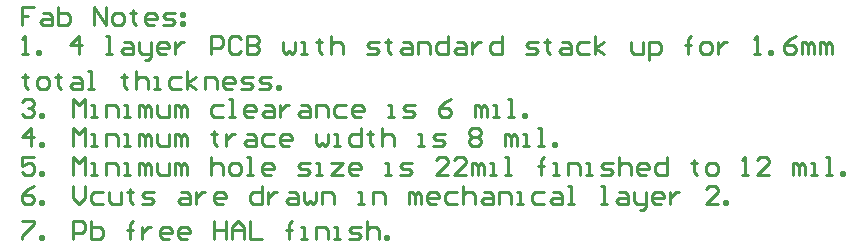
<source format=gbr>
%TF.GenerationSoftware,Altium Limited,Altium Designer,22.6.1 (34)*%
G04 Layer_Color=32896*
%FSLAX45Y45*%
%MOMM*%
%TF.SameCoordinates,41C29604-6FBD-4392-AD62-CF0DA8D1722B*%
%TF.FilePolarity,Positive*%
%TF.FileFunction,Other,Mechanical_4*%
%TF.Part,CustomerPanel*%
G01*
G75*
%TA.AperFunction,NonConductor*%
%ADD52C,0.25400*%
D52*
X3073367Y5986283D02*
X2971800D01*
Y5910108D01*
X3022583D01*
X2971800D01*
Y5833933D01*
X3149543Y5935500D02*
X3200326D01*
X3225718Y5910108D01*
Y5833933D01*
X3149543D01*
X3124151Y5859325D01*
X3149543Y5884716D01*
X3225718D01*
X3276501Y5986283D02*
Y5833933D01*
X3352677D01*
X3378069Y5859325D01*
Y5884716D01*
Y5910108D01*
X3352677Y5935500D01*
X3276501D01*
X3581203Y5833933D02*
Y5986283D01*
X3682770Y5833933D01*
Y5986283D01*
X3758945Y5833933D02*
X3809729D01*
X3835121Y5859325D01*
Y5910108D01*
X3809729Y5935500D01*
X3758945D01*
X3733554Y5910108D01*
Y5859325D01*
X3758945Y5833933D01*
X3911296Y5960892D02*
Y5935500D01*
X3885904D01*
X3936688D01*
X3911296D01*
Y5859325D01*
X3936688Y5833933D01*
X4089039D02*
X4038255D01*
X4012863Y5859325D01*
Y5910108D01*
X4038255Y5935500D01*
X4089039D01*
X4114430Y5910108D01*
Y5884716D01*
X4012863D01*
X4165214Y5833933D02*
X4241389D01*
X4266781Y5859325D01*
X4241389Y5884716D01*
X4190606D01*
X4165214Y5910108D01*
X4190606Y5935500D01*
X4266781D01*
X4317565D02*
X4342957D01*
Y5910108D01*
X4317565D01*
Y5935500D01*
Y5859325D02*
X4342957D01*
Y5833933D01*
X4317565D01*
Y5859325D01*
X2971800Y5590152D02*
X3022583D01*
X2997192D01*
Y5742503D01*
X2971800Y5717111D01*
X3098759Y5590152D02*
Y5615544D01*
X3124151D01*
Y5590152D01*
X3098759D01*
X3454244D02*
Y5742503D01*
X3378068Y5666327D01*
X3479636D01*
X3682770Y5590152D02*
X3733553D01*
X3708162D01*
Y5742503D01*
X3682770D01*
X3835121Y5691719D02*
X3885904D01*
X3911296Y5666327D01*
Y5590152D01*
X3835121D01*
X3809729Y5615544D01*
X3835121Y5640935D01*
X3911296D01*
X3962079Y5691719D02*
Y5615544D01*
X3987471Y5590152D01*
X4063647D01*
Y5564760D01*
X4038255Y5539368D01*
X4012863D01*
X4063647Y5590152D02*
Y5691719D01*
X4190606Y5590152D02*
X4139822D01*
X4114430Y5615544D01*
Y5666327D01*
X4139822Y5691719D01*
X4190606D01*
X4215997Y5666327D01*
Y5640935D01*
X4114430D01*
X4266781Y5691719D02*
Y5590152D01*
Y5640935D01*
X4292173Y5666327D01*
X4317564Y5691719D01*
X4342956D01*
X4571482Y5590152D02*
Y5742503D01*
X4647658D01*
X4673050Y5717111D01*
Y5666327D01*
X4647658Y5640935D01*
X4571482D01*
X4825400Y5717111D02*
X4800008Y5742503D01*
X4749225D01*
X4723833Y5717111D01*
Y5615544D01*
X4749225Y5590152D01*
X4800008D01*
X4825400Y5615544D01*
X4876184Y5742503D02*
Y5590152D01*
X4952359D01*
X4977751Y5615544D01*
Y5640935D01*
X4952359Y5666327D01*
X4876184D01*
X4952359D01*
X4977751Y5691719D01*
Y5717111D01*
X4952359Y5742503D01*
X4876184D01*
X5180885Y5691719D02*
Y5615544D01*
X5206277Y5590152D01*
X5231669Y5615544D01*
X5257061Y5590152D01*
X5282452Y5615544D01*
Y5691719D01*
X5333236Y5590152D02*
X5384019D01*
X5358628D01*
Y5691719D01*
X5333236D01*
X5485587Y5717111D02*
Y5691719D01*
X5460195D01*
X5510978D01*
X5485587D01*
Y5615544D01*
X5510978Y5590152D01*
X5587154Y5742503D02*
Y5590152D01*
Y5666327D01*
X5612546Y5691719D01*
X5663329D01*
X5688721Y5666327D01*
Y5590152D01*
X5891855D02*
X5968030D01*
X5993422Y5615544D01*
X5968030Y5640935D01*
X5917247D01*
X5891855Y5666327D01*
X5917247Y5691719D01*
X5993422D01*
X6069598Y5717111D02*
Y5691719D01*
X6044206D01*
X6094989D01*
X6069598D01*
Y5615544D01*
X6094989Y5590152D01*
X6196557Y5691719D02*
X6247340D01*
X6272732Y5666327D01*
Y5590152D01*
X6196557D01*
X6171165Y5615544D01*
X6196557Y5640935D01*
X6272732D01*
X6323515Y5590152D02*
Y5691719D01*
X6399691D01*
X6425083Y5666327D01*
Y5590152D01*
X6577433Y5742503D02*
Y5590152D01*
X6501258D01*
X6475866Y5615544D01*
Y5666327D01*
X6501258Y5691719D01*
X6577433D01*
X6653609D02*
X6704392D01*
X6729784Y5666327D01*
Y5590152D01*
X6653609D01*
X6628217Y5615544D01*
X6653609Y5640935D01*
X6729784D01*
X6780568Y5691719D02*
Y5590152D01*
Y5640935D01*
X6805959Y5666327D01*
X6831351Y5691719D01*
X6856743D01*
X7034486Y5742503D02*
Y5590152D01*
X6958310D01*
X6932918Y5615544D01*
Y5666327D01*
X6958310Y5691719D01*
X7034486D01*
X7237620Y5590152D02*
X7313795D01*
X7339187Y5615544D01*
X7313795Y5640935D01*
X7263012D01*
X7237620Y5666327D01*
X7263012Y5691719D01*
X7339187D01*
X7415362Y5717111D02*
Y5691719D01*
X7389970D01*
X7440754D01*
X7415362D01*
Y5615544D01*
X7440754Y5590152D01*
X7542321Y5691719D02*
X7593105D01*
X7618497Y5666327D01*
Y5590152D01*
X7542321D01*
X7516929Y5615544D01*
X7542321Y5640935D01*
X7618497D01*
X7770847Y5691719D02*
X7694672D01*
X7669280Y5666327D01*
Y5615544D01*
X7694672Y5590152D01*
X7770847D01*
X7821631D02*
Y5742503D01*
Y5640935D02*
X7897806Y5691719D01*
X7821631Y5640935D02*
X7897806Y5590152D01*
X8126332Y5691719D02*
Y5615544D01*
X8151724Y5590152D01*
X8227899D01*
Y5691719D01*
X8278683Y5539368D02*
Y5691719D01*
X8354858D01*
X8380250Y5666327D01*
Y5615544D01*
X8354858Y5590152D01*
X8278683D01*
X8608776D02*
Y5717111D01*
Y5666327D01*
X8583384D01*
X8634168D01*
X8608776D01*
Y5717111D01*
X8634168Y5742503D01*
X8735735Y5590152D02*
X8786519D01*
X8811910Y5615544D01*
Y5666327D01*
X8786519Y5691719D01*
X8735735D01*
X8710343Y5666327D01*
Y5615544D01*
X8735735Y5590152D01*
X8862694Y5691719D02*
Y5590152D01*
Y5640935D01*
X8888086Y5666327D01*
X8913477Y5691719D01*
X8938869D01*
X9167395Y5590152D02*
X9218179D01*
X9192787D01*
Y5742503D01*
X9167395Y5717111D01*
X9294354Y5590152D02*
Y5615544D01*
X9319746D01*
Y5590152D01*
X9294354D01*
X9522880Y5742503D02*
X9472097Y5717111D01*
X9421313Y5666327D01*
Y5615544D01*
X9446705Y5590152D01*
X9497488D01*
X9522880Y5615544D01*
Y5640935D01*
X9497488Y5666327D01*
X9421313D01*
X9573664Y5590152D02*
Y5691719D01*
X9599056D01*
X9624447Y5666327D01*
Y5590152D01*
Y5666327D01*
X9649839Y5691719D01*
X9675231Y5666327D01*
Y5590152D01*
X9726015D02*
Y5691719D01*
X9751406D01*
X9776798Y5666327D01*
Y5590152D01*
Y5666327D01*
X9802190Y5691719D01*
X9827582Y5666327D01*
Y5590152D01*
X2997192Y5422546D02*
Y5397155D01*
X2971800D01*
X3022583D01*
X2997192D01*
Y5320979D01*
X3022583Y5295588D01*
X3124151D02*
X3174934D01*
X3200326Y5320979D01*
Y5371763D01*
X3174934Y5397155D01*
X3124151D01*
X3098759Y5371763D01*
Y5320979D01*
X3124151Y5295588D01*
X3276501Y5422546D02*
Y5397155D01*
X3251110D01*
X3301893D01*
X3276501D01*
Y5320979D01*
X3301893Y5295588D01*
X3403460Y5397155D02*
X3454244D01*
X3479636Y5371763D01*
Y5295588D01*
X3403460D01*
X3378068Y5320979D01*
X3403460Y5346371D01*
X3479636D01*
X3530419Y5295588D02*
X3581203D01*
X3555811D01*
Y5447938D01*
X3530419D01*
X3835121Y5422546D02*
Y5397155D01*
X3809729D01*
X3860512D01*
X3835121D01*
Y5320979D01*
X3860512Y5295588D01*
X3936688Y5447938D02*
Y5295588D01*
Y5371763D01*
X3962079Y5397155D01*
X4012863D01*
X4038255Y5371763D01*
Y5295588D01*
X4089038D02*
X4139822D01*
X4114430D01*
Y5397155D01*
X4089038D01*
X4317564D02*
X4241389D01*
X4215997Y5371763D01*
Y5320979D01*
X4241389Y5295588D01*
X4317564D01*
X4368348D02*
Y5447938D01*
Y5346371D02*
X4444523Y5397155D01*
X4368348Y5346371D02*
X4444523Y5295588D01*
X4520699D02*
Y5397155D01*
X4596874D01*
X4622266Y5371763D01*
Y5295588D01*
X4749225D02*
X4698441D01*
X4673049Y5320979D01*
Y5371763D01*
X4698441Y5397155D01*
X4749225D01*
X4774617Y5371763D01*
Y5346371D01*
X4673049D01*
X4825400Y5295588D02*
X4901575D01*
X4926967Y5320979D01*
X4901575Y5346371D01*
X4850792D01*
X4825400Y5371763D01*
X4850792Y5397155D01*
X4926967D01*
X4977751Y5295588D02*
X5053926D01*
X5079318Y5320979D01*
X5053926Y5346371D01*
X5003143D01*
X4977751Y5371763D01*
X5003143Y5397155D01*
X5079318D01*
X5130101Y5295588D02*
Y5320979D01*
X5155493D01*
Y5295588D01*
X5130101D01*
X2971800Y5178766D02*
X2997192Y5204157D01*
X3047975D01*
X3073367Y5178766D01*
Y5153374D01*
X3047975Y5127982D01*
X3022583D01*
X3047975D01*
X3073367Y5102590D01*
Y5077199D01*
X3047975Y5051807D01*
X2997192D01*
X2971800Y5077199D01*
X3124151Y5051807D02*
Y5077199D01*
X3149543D01*
Y5051807D01*
X3124151D01*
X3403460D02*
Y5204157D01*
X3454244Y5153374D01*
X3505028Y5204157D01*
Y5051807D01*
X3555811D02*
X3606595D01*
X3581203D01*
Y5153374D01*
X3555811D01*
X3682770Y5051807D02*
Y5153374D01*
X3758945D01*
X3784337Y5127982D01*
Y5051807D01*
X3835121D02*
X3885904D01*
X3860512D01*
Y5153374D01*
X3835121D01*
X3962079Y5051807D02*
Y5153374D01*
X3987471D01*
X4012863Y5127982D01*
Y5051807D01*
Y5127982D01*
X4038255Y5153374D01*
X4063647Y5127982D01*
Y5051807D01*
X4114430Y5153374D02*
Y5077199D01*
X4139822Y5051807D01*
X4215997D01*
Y5153374D01*
X4266781Y5051807D02*
Y5153374D01*
X4292173D01*
X4317564Y5127982D01*
Y5051807D01*
Y5127982D01*
X4342956Y5153374D01*
X4368348Y5127982D01*
Y5051807D01*
X4673050Y5153374D02*
X4596874D01*
X4571482Y5127982D01*
Y5077199D01*
X4596874Y5051807D01*
X4673050D01*
X4723833D02*
X4774617D01*
X4749225D01*
Y5204157D01*
X4723833D01*
X4926967Y5051807D02*
X4876184D01*
X4850792Y5077199D01*
Y5127982D01*
X4876184Y5153374D01*
X4926967D01*
X4952359Y5127982D01*
Y5102590D01*
X4850792D01*
X5028535Y5153374D02*
X5079318D01*
X5104710Y5127982D01*
Y5051807D01*
X5028535D01*
X5003143Y5077199D01*
X5028535Y5102590D01*
X5104710D01*
X5155493Y5153374D02*
Y5051807D01*
Y5102590D01*
X5180885Y5127982D01*
X5206277Y5153374D01*
X5231669D01*
X5333236D02*
X5384019D01*
X5409411Y5127982D01*
Y5051807D01*
X5333236D01*
X5307844Y5077199D01*
X5333236Y5102590D01*
X5409411D01*
X5460195Y5051807D02*
Y5153374D01*
X5536370D01*
X5561762Y5127982D01*
Y5051807D01*
X5714113Y5153374D02*
X5637937D01*
X5612546Y5127982D01*
Y5077199D01*
X5637937Y5051807D01*
X5714113D01*
X5841072D02*
X5790288D01*
X5764896Y5077199D01*
Y5127982D01*
X5790288Y5153374D01*
X5841072D01*
X5866464Y5127982D01*
Y5102590D01*
X5764896D01*
X6069598Y5051807D02*
X6120381D01*
X6094990D01*
Y5153374D01*
X6069598D01*
X6196557Y5051807D02*
X6272732D01*
X6298124Y5077199D01*
X6272732Y5102590D01*
X6221948D01*
X6196557Y5127982D01*
X6221948Y5153374D01*
X6298124D01*
X6602825Y5204157D02*
X6552042Y5178766D01*
X6501258Y5127982D01*
Y5077199D01*
X6526650Y5051807D01*
X6577433D01*
X6602825Y5077199D01*
Y5102590D01*
X6577433Y5127982D01*
X6501258D01*
X6805959Y5051807D02*
Y5153374D01*
X6831351D01*
X6856743Y5127982D01*
Y5051807D01*
Y5127982D01*
X6882135Y5153374D01*
X6907527Y5127982D01*
Y5051807D01*
X6958310D02*
X7009094D01*
X6983702D01*
Y5153374D01*
X6958310D01*
X7085269Y5051807D02*
X7136053D01*
X7110661D01*
Y5204157D01*
X7085269D01*
X7212228Y5051807D02*
Y5077199D01*
X7237620D01*
Y5051807D01*
X7212228D01*
X3047975Y4808026D02*
Y4960377D01*
X2971800Y4884201D01*
X3073367D01*
X3124151Y4808026D02*
Y4833418D01*
X3149543D01*
Y4808026D01*
X3124151D01*
X3403460D02*
Y4960377D01*
X3454244Y4909593D01*
X3505028Y4960377D01*
Y4808026D01*
X3555811D02*
X3606595D01*
X3581203D01*
Y4909593D01*
X3555811D01*
X3682770Y4808026D02*
Y4909593D01*
X3758945D01*
X3784337Y4884201D01*
Y4808026D01*
X3835121D02*
X3885904D01*
X3860512D01*
Y4909593D01*
X3835121D01*
X3962079Y4808026D02*
Y4909593D01*
X3987471D01*
X4012863Y4884201D01*
Y4808026D01*
Y4884201D01*
X4038255Y4909593D01*
X4063647Y4884201D01*
Y4808026D01*
X4114430Y4909593D02*
Y4833418D01*
X4139822Y4808026D01*
X4215997D01*
Y4909593D01*
X4266781Y4808026D02*
Y4909593D01*
X4292173D01*
X4317564Y4884201D01*
Y4808026D01*
Y4884201D01*
X4342956Y4909593D01*
X4368348Y4884201D01*
Y4808026D01*
X4596874Y4934985D02*
Y4909593D01*
X4571482D01*
X4622266D01*
X4596874D01*
Y4833418D01*
X4622266Y4808026D01*
X4698441Y4909593D02*
Y4808026D01*
Y4858809D01*
X4723833Y4884201D01*
X4749225Y4909593D01*
X4774617D01*
X4876184D02*
X4926967D01*
X4952359Y4884201D01*
Y4808026D01*
X4876184D01*
X4850792Y4833418D01*
X4876184Y4858809D01*
X4952359D01*
X5104710Y4909593D02*
X5028535D01*
X5003143Y4884201D01*
Y4833418D01*
X5028535Y4808026D01*
X5104710D01*
X5231669D02*
X5180885D01*
X5155493Y4833418D01*
Y4884201D01*
X5180885Y4909593D01*
X5231669D01*
X5257061Y4884201D01*
Y4858809D01*
X5155493D01*
X5460195Y4909593D02*
Y4833418D01*
X5485587Y4808026D01*
X5510978Y4833418D01*
X5536370Y4808026D01*
X5561762Y4833418D01*
Y4909593D01*
X5612546Y4808026D02*
X5663329D01*
X5637937D01*
Y4909593D01*
X5612546D01*
X5841072Y4960377D02*
Y4808026D01*
X5764896D01*
X5739504Y4833418D01*
Y4884201D01*
X5764896Y4909593D01*
X5841072D01*
X5917247Y4934985D02*
Y4909593D01*
X5891855D01*
X5942639D01*
X5917247D01*
Y4833418D01*
X5942639Y4808026D01*
X6018814Y4960377D02*
Y4808026D01*
Y4884201D01*
X6044206Y4909593D01*
X6094989D01*
X6120381Y4884201D01*
Y4808026D01*
X6323515D02*
X6374299D01*
X6348907D01*
Y4909593D01*
X6323515D01*
X6450474Y4808026D02*
X6526650D01*
X6552042Y4833418D01*
X6526650Y4858809D01*
X6475866D01*
X6450474Y4884201D01*
X6475866Y4909593D01*
X6552042D01*
X6755176Y4934985D02*
X6780568Y4960377D01*
X6831351D01*
X6856743Y4934985D01*
Y4909593D01*
X6831351Y4884201D01*
X6856743Y4858809D01*
Y4833418D01*
X6831351Y4808026D01*
X6780568D01*
X6755176Y4833418D01*
Y4858809D01*
X6780568Y4884201D01*
X6755176Y4909593D01*
Y4934985D01*
X6780568Y4884201D02*
X6831351D01*
X7059877Y4808026D02*
Y4909593D01*
X7085269D01*
X7110661Y4884201D01*
Y4808026D01*
Y4884201D01*
X7136053Y4909593D01*
X7161444Y4884201D01*
Y4808026D01*
X7212228D02*
X7263011D01*
X7237620D01*
Y4909593D01*
X7212228D01*
X7339187Y4808026D02*
X7389970D01*
X7364579D01*
Y4960377D01*
X7339187D01*
X7466146Y4808026D02*
Y4833418D01*
X7491537D01*
Y4808026D01*
X7466146D01*
X3073367Y4716596D02*
X2971800D01*
Y4640420D01*
X3022583Y4665812D01*
X3047975D01*
X3073367Y4640420D01*
Y4589637D01*
X3047975Y4564245D01*
X2997192D01*
X2971800Y4589637D01*
X3124151Y4564245D02*
Y4589637D01*
X3149543D01*
Y4564245D01*
X3124151D01*
X3403460D02*
Y4716596D01*
X3454244Y4665812D01*
X3505028Y4716596D01*
Y4564245D01*
X3555811D02*
X3606595D01*
X3581203D01*
Y4665812D01*
X3555811D01*
X3682770Y4564245D02*
Y4665812D01*
X3758945D01*
X3784337Y4640420D01*
Y4564245D01*
X3835121D02*
X3885904D01*
X3860512D01*
Y4665812D01*
X3835121D01*
X3962079Y4564245D02*
Y4665812D01*
X3987471D01*
X4012863Y4640420D01*
Y4564245D01*
Y4640420D01*
X4038255Y4665812D01*
X4063647Y4640420D01*
Y4564245D01*
X4114430Y4665812D02*
Y4589637D01*
X4139822Y4564245D01*
X4215997D01*
Y4665812D01*
X4266781Y4564245D02*
Y4665812D01*
X4292173D01*
X4317564Y4640420D01*
Y4564245D01*
Y4640420D01*
X4342956Y4665812D01*
X4368348Y4640420D01*
Y4564245D01*
X4571482Y4716596D02*
Y4564245D01*
Y4640420D01*
X4596874Y4665812D01*
X4647658D01*
X4673050Y4640420D01*
Y4564245D01*
X4749225D02*
X4800008D01*
X4825400Y4589637D01*
Y4640420D01*
X4800008Y4665812D01*
X4749225D01*
X4723833Y4640420D01*
Y4589637D01*
X4749225Y4564245D01*
X4876184D02*
X4926967D01*
X4901576D01*
Y4716596D01*
X4876184D01*
X5079318Y4564245D02*
X5028535D01*
X5003143Y4589637D01*
Y4640420D01*
X5028535Y4665812D01*
X5079318D01*
X5104710Y4640420D01*
Y4615029D01*
X5003143D01*
X5307844Y4564245D02*
X5384019D01*
X5409411Y4589637D01*
X5384019Y4615029D01*
X5333236D01*
X5307844Y4640420D01*
X5333236Y4665812D01*
X5409411D01*
X5460195Y4564245D02*
X5510978D01*
X5485587D01*
Y4665812D01*
X5460195D01*
X5587154D02*
X5688721D01*
X5587154Y4564245D01*
X5688721D01*
X5815680D02*
X5764896D01*
X5739504Y4589637D01*
Y4640420D01*
X5764896Y4665812D01*
X5815680D01*
X5841072Y4640420D01*
Y4615029D01*
X5739504D01*
X6044206Y4564245D02*
X6094989D01*
X6069598D01*
Y4665812D01*
X6044206D01*
X6171165Y4564245D02*
X6247340D01*
X6272732Y4589637D01*
X6247340Y4615029D01*
X6196557D01*
X6171165Y4640420D01*
X6196557Y4665812D01*
X6272732D01*
X6577433Y4564245D02*
X6475866D01*
X6577433Y4665812D01*
Y4691204D01*
X6552042Y4716596D01*
X6501258D01*
X6475866Y4691204D01*
X6729784Y4564245D02*
X6628217D01*
X6729784Y4665812D01*
Y4691204D01*
X6704392Y4716596D01*
X6653609D01*
X6628217Y4691204D01*
X6780568Y4564245D02*
Y4665812D01*
X6805959D01*
X6831351Y4640420D01*
Y4564245D01*
Y4640420D01*
X6856743Y4665812D01*
X6882135Y4640420D01*
Y4564245D01*
X6932918D02*
X6983702D01*
X6958310D01*
Y4665812D01*
X6932918D01*
X7059877Y4564245D02*
X7110661D01*
X7085269D01*
Y4716596D01*
X7059877D01*
X7364579Y4564245D02*
Y4691204D01*
Y4640420D01*
X7339187D01*
X7389970D01*
X7364579D01*
Y4691204D01*
X7389970Y4716596D01*
X7466146Y4564245D02*
X7516929D01*
X7491537D01*
Y4665812D01*
X7466146D01*
X7593104Y4564245D02*
Y4665812D01*
X7669280D01*
X7694672Y4640420D01*
Y4564245D01*
X7745455D02*
X7796239D01*
X7770847D01*
Y4665812D01*
X7745455D01*
X7872414Y4564245D02*
X7948589D01*
X7973981Y4589637D01*
X7948589Y4615029D01*
X7897806D01*
X7872414Y4640420D01*
X7897806Y4665812D01*
X7973981D01*
X8024765Y4716596D02*
Y4564245D01*
Y4640420D01*
X8050157Y4665812D01*
X8100940D01*
X8126332Y4640420D01*
Y4564245D01*
X8253291D02*
X8202507D01*
X8177115Y4589637D01*
Y4640420D01*
X8202507Y4665812D01*
X8253291D01*
X8278683Y4640420D01*
Y4615029D01*
X8177115D01*
X8431033Y4716596D02*
Y4564245D01*
X8354858D01*
X8329466Y4589637D01*
Y4640420D01*
X8354858Y4665812D01*
X8431033D01*
X8659560Y4691204D02*
Y4665812D01*
X8634168D01*
X8684951D01*
X8659560D01*
Y4589637D01*
X8684951Y4564245D01*
X8786518D02*
X8837302D01*
X8862694Y4589637D01*
Y4640420D01*
X8837302Y4665812D01*
X8786518D01*
X8761126Y4640420D01*
Y4589637D01*
X8786518Y4564245D01*
X9065828D02*
X9116611D01*
X9091220D01*
Y4716596D01*
X9065828Y4691204D01*
X9294354Y4564245D02*
X9192787D01*
X9294354Y4665812D01*
Y4691204D01*
X9268962Y4716596D01*
X9218179D01*
X9192787Y4691204D01*
X9497488Y4564245D02*
Y4665812D01*
X9522880D01*
X9548272Y4640420D01*
Y4564245D01*
Y4640420D01*
X9573664Y4665812D01*
X9599055Y4640420D01*
Y4564245D01*
X9649839D02*
X9700622D01*
X9675231D01*
Y4665812D01*
X9649839D01*
X9776798Y4564245D02*
X9827581D01*
X9802190D01*
Y4716596D01*
X9776798D01*
X9903757Y4564245D02*
Y4589637D01*
X9929149D01*
Y4564245D01*
X9903757D01*
X3073367Y4472815D02*
X3022583Y4447423D01*
X2971800Y4396640D01*
Y4345856D01*
X2997192Y4320464D01*
X3047975D01*
X3073367Y4345856D01*
Y4371248D01*
X3047975Y4396640D01*
X2971800D01*
X3124151Y4320464D02*
Y4345856D01*
X3149543D01*
Y4320464D01*
X3124151D01*
X3403460Y4472815D02*
Y4371248D01*
X3454244Y4320464D01*
X3505028Y4371248D01*
Y4472815D01*
X3657378Y4422032D02*
X3581203D01*
X3555811Y4396640D01*
Y4345856D01*
X3581203Y4320464D01*
X3657378D01*
X3708162Y4422032D02*
Y4345856D01*
X3733554Y4320464D01*
X3809729D01*
Y4422032D01*
X3885904Y4447423D02*
Y4422032D01*
X3860512D01*
X3911296D01*
X3885904D01*
Y4345856D01*
X3911296Y4320464D01*
X3987471D02*
X4063647D01*
X4089039Y4345856D01*
X4063647Y4371248D01*
X4012863D01*
X3987471Y4396640D01*
X4012863Y4422032D01*
X4089039D01*
X4317565D02*
X4368348D01*
X4393740Y4396640D01*
Y4320464D01*
X4317565D01*
X4292173Y4345856D01*
X4317565Y4371248D01*
X4393740D01*
X4444523Y4422032D02*
Y4320464D01*
Y4371248D01*
X4469915Y4396640D01*
X4495307Y4422032D01*
X4520699D01*
X4673050Y4320464D02*
X4622266D01*
X4596874Y4345856D01*
Y4396640D01*
X4622266Y4422032D01*
X4673050D01*
X4698441Y4396640D01*
Y4371248D01*
X4596874D01*
X5003143Y4472815D02*
Y4320464D01*
X4926968D01*
X4901576Y4345856D01*
Y4396640D01*
X4926968Y4422032D01*
X5003143D01*
X5053926D02*
Y4320464D01*
Y4371248D01*
X5079318Y4396640D01*
X5104710Y4422032D01*
X5130102D01*
X5231669D02*
X5282452D01*
X5307844Y4396640D01*
Y4320464D01*
X5231669D01*
X5206277Y4345856D01*
X5231669Y4371248D01*
X5307844D01*
X5358628Y4422032D02*
Y4345856D01*
X5384020Y4320464D01*
X5409411Y4345856D01*
X5434803Y4320464D01*
X5460195Y4345856D01*
Y4422032D01*
X5510979Y4320464D02*
Y4422032D01*
X5587154D01*
X5612546Y4396640D01*
Y4320464D01*
X5815680D02*
X5866464D01*
X5841072D01*
Y4422032D01*
X5815680D01*
X5942639Y4320464D02*
Y4422032D01*
X6018814D01*
X6044206Y4396640D01*
Y4320464D01*
X6247340D02*
Y4422032D01*
X6272732D01*
X6298124Y4396640D01*
Y4320464D01*
Y4396640D01*
X6323516Y4422032D01*
X6348908Y4396640D01*
Y4320464D01*
X6475866D02*
X6425083D01*
X6399691Y4345856D01*
Y4396640D01*
X6425083Y4422032D01*
X6475866D01*
X6501258Y4396640D01*
Y4371248D01*
X6399691D01*
X6653609Y4422032D02*
X6577434D01*
X6552042Y4396640D01*
Y4345856D01*
X6577434Y4320464D01*
X6653609D01*
X6704392Y4472815D02*
Y4320464D01*
Y4396640D01*
X6729784Y4422032D01*
X6780568D01*
X6805960Y4396640D01*
Y4320464D01*
X6882135Y4422032D02*
X6932919D01*
X6958310Y4396640D01*
Y4320464D01*
X6882135D01*
X6856743Y4345856D01*
X6882135Y4371248D01*
X6958310D01*
X7009094Y4320464D02*
Y4422032D01*
X7085269D01*
X7110661Y4396640D01*
Y4320464D01*
X7161445D02*
X7212228D01*
X7186837D01*
Y4422032D01*
X7161445D01*
X7389971D02*
X7313795D01*
X7288404Y4396640D01*
Y4345856D01*
X7313795Y4320464D01*
X7389971D01*
X7466146Y4422032D02*
X7516930D01*
X7542321Y4396640D01*
Y4320464D01*
X7466146D01*
X7440754Y4345856D01*
X7466146Y4371248D01*
X7542321D01*
X7593105Y4320464D02*
X7643888D01*
X7618497D01*
Y4472815D01*
X7593105D01*
X7872415Y4320464D02*
X7923198D01*
X7897806D01*
Y4472815D01*
X7872415D01*
X8024765Y4422032D02*
X8075549D01*
X8100941Y4396640D01*
Y4320464D01*
X8024765D01*
X7999373Y4345856D01*
X8024765Y4371248D01*
X8100941D01*
X8151724Y4422032D02*
Y4345856D01*
X8177116Y4320464D01*
X8253291D01*
Y4295072D01*
X8227899Y4269681D01*
X8202508D01*
X8253291Y4320464D02*
Y4422032D01*
X8380250Y4320464D02*
X8329467D01*
X8304075Y4345856D01*
Y4396640D01*
X8329467Y4422032D01*
X8380250D01*
X8405642Y4396640D01*
Y4371248D01*
X8304075D01*
X8456426Y4422032D02*
Y4320464D01*
Y4371248D01*
X8481817Y4396640D01*
X8507209Y4422032D01*
X8532601D01*
X8862694Y4320464D02*
X8761127D01*
X8862694Y4422032D01*
Y4447423D01*
X8837302Y4472815D01*
X8786519D01*
X8761127Y4447423D01*
X8913478Y4320464D02*
Y4345856D01*
X8938870D01*
Y4320464D01*
X8913478D01*
X2971800Y4178251D02*
X3073367D01*
Y4152859D01*
X2971800Y4051292D01*
Y4025900D01*
X3124151D02*
Y4051292D01*
X3149543D01*
Y4025900D01*
X3124151D01*
X3403460D02*
Y4178251D01*
X3479636D01*
X3505028Y4152859D01*
Y4102075D01*
X3479636Y4076683D01*
X3403460D01*
X3555811Y4178251D02*
Y4025900D01*
X3631986D01*
X3657378Y4051292D01*
Y4076683D01*
Y4102075D01*
X3631986Y4127467D01*
X3555811D01*
X3885904Y4025900D02*
Y4152859D01*
Y4102075D01*
X3860512D01*
X3911296D01*
X3885904D01*
Y4152859D01*
X3911296Y4178251D01*
X3987471Y4127467D02*
Y4025900D01*
Y4076683D01*
X4012863Y4102075D01*
X4038255Y4127467D01*
X4063647D01*
X4215997Y4025900D02*
X4165214D01*
X4139822Y4051292D01*
Y4102075D01*
X4165214Y4127467D01*
X4215997D01*
X4241389Y4102075D01*
Y4076683D01*
X4139822D01*
X4368348Y4025900D02*
X4317565D01*
X4292173Y4051292D01*
Y4102075D01*
X4317565Y4127467D01*
X4368348D01*
X4393740Y4102075D01*
Y4076683D01*
X4292173D01*
X4596874Y4178251D02*
Y4025900D01*
Y4102075D01*
X4698441D01*
Y4178251D01*
Y4025900D01*
X4749225D02*
Y4127467D01*
X4800008Y4178251D01*
X4850792Y4127467D01*
Y4025900D01*
Y4102075D01*
X4749225D01*
X4901576Y4178251D02*
Y4025900D01*
X5003143D01*
X5231669D02*
Y4152859D01*
Y4102075D01*
X5206277D01*
X5257061D01*
X5231669D01*
Y4152859D01*
X5257061Y4178251D01*
X5333236Y4025900D02*
X5384019D01*
X5358628D01*
Y4127467D01*
X5333236D01*
X5460195Y4025900D02*
Y4127467D01*
X5536370D01*
X5561762Y4102075D01*
Y4025900D01*
X5612546D02*
X5663329D01*
X5637937D01*
Y4127467D01*
X5612546D01*
X5739504Y4025900D02*
X5815680D01*
X5841072Y4051292D01*
X5815680Y4076683D01*
X5764896D01*
X5739504Y4102075D01*
X5764896Y4127467D01*
X5841072D01*
X5891855Y4178251D02*
Y4025900D01*
Y4102075D01*
X5917247Y4127467D01*
X5968030D01*
X5993422Y4102075D01*
Y4025900D01*
X6044206D02*
Y4051292D01*
X6069598D01*
Y4025900D01*
X6044206D01*
%TF.MD5,e70b9e0337424217d3a9bace088dba0b*%
M02*

</source>
